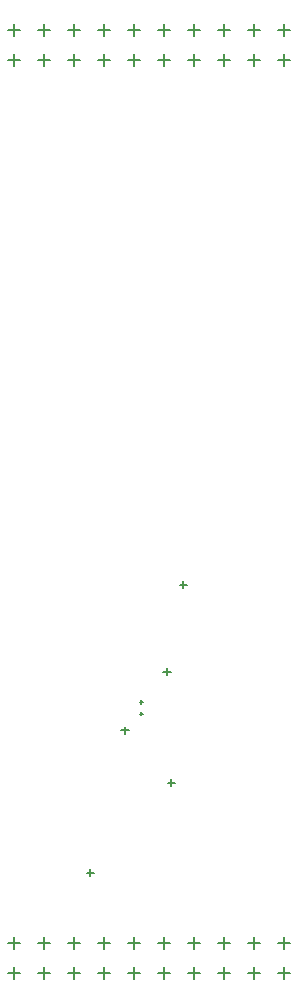
<source format=gbr>
%TF.GenerationSoftware,Altium Limited,Altium Designer,23.4.1 (23)*%
G04 Layer_Color=128*
%FSLAX45Y45*%
%MOMM*%
%TF.SameCoordinates,B91EE142-B30E-402A-A340-A1283DCE037E*%
%TF.FilePolarity,Positive*%
%TF.FileFunction,Drillmap*%
%TF.Part,Single*%
G01*
G75*
%TA.AperFunction,NonConductor*%
%ADD21C,0.12700*%
D21*
X2742000Y8492000D02*
X2846000D01*
X2794000Y8440000D02*
Y8544000D01*
X2742000Y8238000D02*
X2846000D01*
X2794000Y8186000D02*
Y8290000D01*
X2488000Y8492000D02*
X2592000D01*
X2540000Y8440000D02*
Y8544000D01*
X2488000Y8238000D02*
X2592000D01*
X2540000Y8186000D02*
Y8290000D01*
X2234000Y8492000D02*
X2338000D01*
X2286000Y8440000D02*
Y8544000D01*
X2234000Y8238000D02*
X2338000D01*
X2286000Y8186000D02*
Y8290000D01*
X1980000Y8492000D02*
X2084000D01*
X2032000Y8440000D02*
Y8544000D01*
X1980000Y8238000D02*
X2084000D01*
X2032000Y8186000D02*
Y8290000D01*
X1726000Y8492000D02*
X1830000D01*
X1778000Y8440000D02*
Y8544000D01*
X1726000Y8238000D02*
X1830000D01*
X1778000Y8186000D02*
Y8290000D01*
X1472000Y8492000D02*
X1576000D01*
X1524000Y8440000D02*
Y8544000D01*
X1472000Y8238000D02*
X1576000D01*
X1524000Y8186000D02*
Y8290000D01*
X1218000Y8492000D02*
X1322000D01*
X1270000Y8440000D02*
Y8544000D01*
X1218000Y8238000D02*
X1322000D01*
X1270000Y8186000D02*
Y8290000D01*
X964000Y8492000D02*
X1068000D01*
X1016000Y8440000D02*
Y8544000D01*
X964000Y8238000D02*
X1068000D01*
X1016000Y8186000D02*
Y8290000D01*
X710000Y8492000D02*
X814000D01*
X762000Y8440000D02*
Y8544000D01*
X710000Y8238000D02*
X814000D01*
X762000Y8186000D02*
Y8290000D01*
X456000Y8492000D02*
X560000D01*
X508000Y8440000D02*
Y8544000D01*
X456000Y8238000D02*
X560000D01*
X508000Y8186000D02*
Y8290000D01*
X2742000Y762000D02*
X2846000D01*
X2794000Y710000D02*
Y814000D01*
X2742000Y508000D02*
X2846000D01*
X2794000Y456000D02*
Y560000D01*
X2488000Y762000D02*
X2592000D01*
X2540000Y710000D02*
Y814000D01*
X2488000Y508000D02*
X2592000D01*
X2540000Y456000D02*
Y560000D01*
X2234000Y762000D02*
X2338000D01*
X2286000Y710000D02*
Y814000D01*
X2234000Y508000D02*
X2338000D01*
X2286000Y456000D02*
Y560000D01*
X1980000Y762000D02*
X2084000D01*
X2032000Y710000D02*
Y814000D01*
X1980000Y508000D02*
X2084000D01*
X2032000Y456000D02*
Y560000D01*
X1726000Y762000D02*
X1830000D01*
X1778000Y710000D02*
Y814000D01*
X1726000Y508000D02*
X1830000D01*
X1778000Y456000D02*
Y560000D01*
X1472000Y762000D02*
X1576000D01*
X1524000Y710000D02*
Y814000D01*
X1472000Y508000D02*
X1576000D01*
X1524000Y456000D02*
Y560000D01*
X1218000Y762000D02*
X1322000D01*
X1270000Y710000D02*
Y814000D01*
X1218000Y508000D02*
X1322000D01*
X1270000Y456000D02*
Y560000D01*
X964000Y762000D02*
X1068000D01*
X1016000Y710000D02*
Y814000D01*
X964000Y508000D02*
X1068000D01*
X1016000Y456000D02*
Y560000D01*
X710000Y762000D02*
X814000D01*
X762000Y710000D02*
Y814000D01*
X710000Y508000D02*
X814000D01*
X762000Y456000D02*
Y560000D01*
X456000Y762000D02*
X560000D01*
X508000Y710000D02*
Y814000D01*
X456000Y508000D02*
X560000D01*
X508000Y456000D02*
Y560000D01*
X1572500Y2705900D02*
X1602500D01*
X1587500Y2690900D02*
Y2720900D01*
X1572500Y2805900D02*
X1602500D01*
X1587500Y2790900D02*
Y2820900D01*
X1811500Y2120900D02*
X1871500D01*
X1841500Y2090900D02*
Y2150900D01*
X1773400Y3060700D02*
X1833400D01*
X1803400Y3030700D02*
Y3090700D01*
X1913100Y3797300D02*
X1973100D01*
X1943100Y3767300D02*
Y3827300D01*
X1417800Y2565400D02*
X1477800D01*
X1447800Y2535400D02*
Y2595400D01*
X1125700Y1358900D02*
X1185700D01*
X1155700Y1328900D02*
Y1388900D01*
%TF.MD5,0275640c845f9123194f08ccf6c880df*%
M02*

</source>
